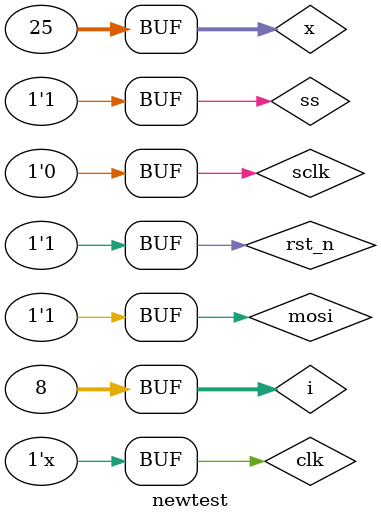
<source format=v>
`timescale 1ns / 1ps

module newtest;

	// Inputs
	reg clk;
	reg rst_n;
	reg ss;
	reg sclk;
	reg mosi;

	// Outputs
	wire led_d1;
	wire led_d2;
	wire sid_clk;
	wire [7:0] sid_data;
	wire [4:0] sid_addr;
	wire sid_cs;
	wire sid_rw;
	wire sid_rst;

	// Instantiate the Unit Under Test (UUT)
	espSID_top uut (
		.clk(clk), 
		.rst_n(rst_n), 
		.led_d1(led_d1), 
		.led_d2(led_d2), 
		.sid_clk(sid_clk), 
		.sid_data(sid_data), 
		.sid_addr(sid_addr), 
		.sid_cs(sid_cs), 
		.sid_rw(sid_rw), 
		.sid_rst(sid_rst), 
		.ss(ss), 
		.sclk(sclk), 
		.mosi(mosi)
	);

    integer i, x;

    always #5 clk = ~clk;
    
    always @(posedge clk) begin
        $display($time, ": sid_ram %b, addr %b, data_in %b, ram_out %b, en %b", uut.ram.sid_ram, uut.ram.write_addr, uut.ram.ram_in, uut.ram.ram_out, uut.ram.write_en);
        
        $display($time, ": tmp %b, bit_cnt %d, write_en %b, addr %b, data %b, ss %b, data_rdy %b", uut.spi.tmp, uut.spi.bit_cnt, uut.spi.write_en, uut.spi.addr, uut.spi.data, uut.spi.ss, uut.data_rdy);
        
        $display($time, ": running %b, reg_cnt %b, data_ready %b, sid_clk %b%b, posedge %b", 
        uut.glue.running, uut.glue.reg_cnt, uut.glue.data_rdy, uut.glue.sid_clk_q, uut.glue.sid_clk, uut.glue.sid_posedge);
        
        $display();
    end
    
	initial begin
		clk = 0;
		rst_n = 0;
		ss = 1;
		sclk = 0;
		mosi = 0;
        
        #50
        rst_n = 1;
        
        // simulate 200 incoming SPI bits (alternating 010101...)
        
        #5
        ss <= 0;
        
        for (i = 0; i < 200; i = i+1) begin
            #25
            sclk <= 1;
            #25
            sclk <= 0;
            mosi = ~mosi;
        end

        #5
        ss <= 1;

        // simulate 200 incoming SPI bits (alternating 0000000011111111...)

        #10000
        ss <= 0;

        for (x = 0; x < 25; x = x+1) begin
            mosi = ~mosi;
            for (i = 0; i < 8; i = i+1) begin
                #25
                sclk <= 1;
                #25
                sclk <= 0;
            end
        end

        #5
        ss <= 1;

        
	end
      
endmodule

</source>
